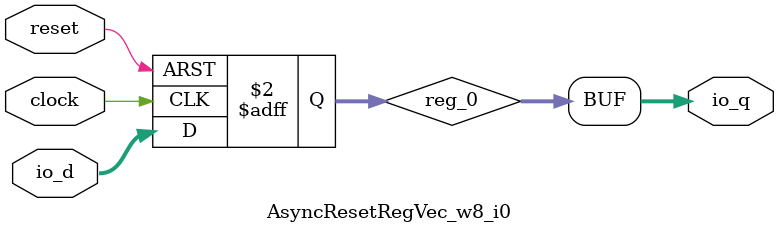
<source format=sv>
`ifndef RANDOMIZE
  `ifdef RANDOMIZE_REG_INIT
    `define RANDOMIZE
  `endif // RANDOMIZE_REG_INIT
`endif // not def RANDOMIZE
`ifndef RANDOMIZE
  `ifdef RANDOMIZE_MEM_INIT
    `define RANDOMIZE
  `endif // RANDOMIZE_MEM_INIT
`endif // not def RANDOMIZE

`ifndef RANDOM
  `define RANDOM $random
`endif // not def RANDOM

// Users can define 'PRINTF_COND' to add an extra gate to prints.
`ifndef PRINTF_COND_
  `ifdef PRINTF_COND
    `define PRINTF_COND_ (`PRINTF_COND)
  `else  // PRINTF_COND
    `define PRINTF_COND_ 1
  `endif // PRINTF_COND
`endif // not def PRINTF_COND_

// Users can define 'ASSERT_VERBOSE_COND' to add an extra gate to assert error printing.
`ifndef ASSERT_VERBOSE_COND_
  `ifdef ASSERT_VERBOSE_COND
    `define ASSERT_VERBOSE_COND_ (`ASSERT_VERBOSE_COND)
  `else  // ASSERT_VERBOSE_COND
    `define ASSERT_VERBOSE_COND_ 1
  `endif // ASSERT_VERBOSE_COND
`endif // not def ASSERT_VERBOSE_COND_

// Users can define 'STOP_COND' to add an extra gate to stop conditions.
`ifndef STOP_COND_
  `ifdef STOP_COND
    `define STOP_COND_ (`STOP_COND)
  `else  // STOP_COND
    `define STOP_COND_ 1
  `endif // STOP_COND
`endif // not def STOP_COND_

// Users can define INIT_RANDOM as general code that gets injected into the
// initializer block for modules with registers.
`ifndef INIT_RANDOM
  `define INIT_RANDOM
`endif // not def INIT_RANDOM

// If using random initialization, you can also define RANDOMIZE_DELAY to
// customize the delay used, otherwise 0.002 is used.
`ifndef RANDOMIZE_DELAY
  `define RANDOMIZE_DELAY 0.002
`endif // not def RANDOMIZE_DELAY

// Define INIT_RANDOM_PROLOG_ for use in our modules below.
`ifndef INIT_RANDOM_PROLOG_
  `ifdef RANDOMIZE
    `ifdef VERILATOR
      `define INIT_RANDOM_PROLOG_ `INIT_RANDOM
    `else  // VERILATOR
      `define INIT_RANDOM_PROLOG_ `INIT_RANDOM #`RANDOMIZE_DELAY begin end
    `endif // VERILATOR
  `else  // RANDOMIZE
    `define INIT_RANDOM_PROLOG_
  `endif // RANDOMIZE
`endif // not def INIT_RANDOM_PROLOG_

module AsyncResetRegVec_w8_i0(
  input        clock,
               reset,
  input  [7:0] io_d,
  output [7:0] io_q
);

  reg [7:0] reg_0;	// @[AsyncResetReg.scala:63:50]
  always @(posedge clock or posedge reset) begin
    if (reset)
      reg_0 <= 8'h0;	// @[AsyncResetReg.scala:63:50]
    else
      reg_0 <= io_d;	// @[AsyncResetReg.scala:63:50]
  end // always @(posedge, posedge)
  `ifndef SYNTHESIS
    `ifdef FIRRTL_BEFORE_INITIAL
      `FIRRTL_BEFORE_INITIAL
    `endif // FIRRTL_BEFORE_INITIAL
    logic [31:0] _RANDOM_0;
    initial begin
      `ifdef INIT_RANDOM_PROLOG_
        `INIT_RANDOM_PROLOG_
      `endif // INIT_RANDOM_PROLOG_
      `ifdef RANDOMIZE_REG_INIT
        _RANDOM_0 = `RANDOM;
        reg_0 = _RANDOM_0[7:0];	// @[AsyncResetReg.scala:63:50]
      `endif // RANDOMIZE_REG_INIT
      `ifdef RANDOMIZE
        if (reset)
          reg_0 = 8'h0;	// @[AsyncResetReg.scala:63:50]
      `endif // RANDOMIZE
    end // initial
    `ifdef FIRRTL_AFTER_INITIAL
      `FIRRTL_AFTER_INITIAL
    `endif // FIRRTL_AFTER_INITIAL
  `endif // not def SYNTHESIS
  assign io_q = reg_0;	// @[AsyncResetReg.scala:63:50]
endmodule


</source>
